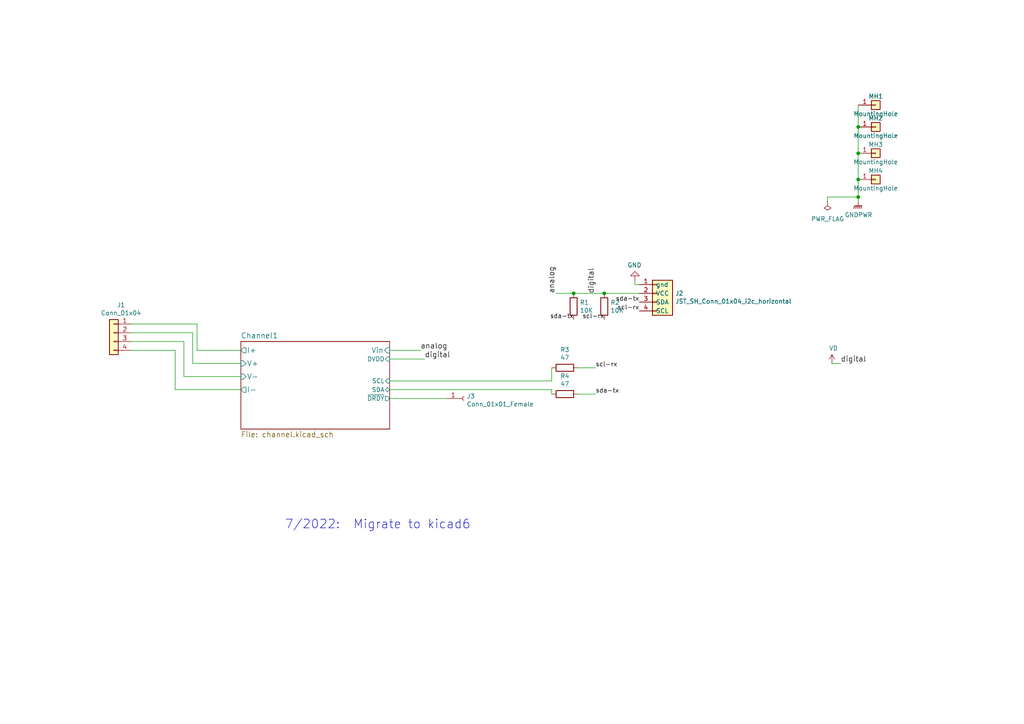
<source format=kicad_sch>
(kicad_sch (version 20211123) (generator eeschema)
  (paper "A4")
  (lib_symbols
    (symbol "0JLC-6:10K" (pin_numbers hide) (pin_names (offset 0))
      (property "Reference" "R" (at 2.032 0 90))
      (property "Value" "10K" (at 0 0 90))
      (symbol "10K_0_1"
        (rectangle (start -1.016 -2.54) (end 1.016 2.54) (stroke (width 0.254)))
      )
      (symbol "10K_1_1"
        (pin passive line (at 0 3.81 270) (length 1.27) (name "~") (number "1"))
        (pin passive line (at 0 -3.81 90) (length 1.27) (name "~") (number "2"))
      )
    )
    (symbol "0JLC-6:JST_SH_Conn_01x04_i2c_horizontal" (pin_names (offset 1.016))
      (property "Reference" "J" (at 0 5.08 0))
      (property "Value" "JST_SH_Conn_01x04_i2c_horizontal" (at 0 -7.62 0))
      (symbol "JST_SH_Conn_01x04_i2c_horizontal_1_1"
        (rectangle (start -1.27 -4.953) (end 0 -5.207) (stroke (width 0.1524)))
        (rectangle (start -1.27 -2.413) (end 0 -2.667) (stroke (width 0.1524)))
        (rectangle (start -1.27 0.127) (end 0 -0.127) (stroke (width 0.1524)))
        (rectangle (start -1.27 2.667) (end 0 2.413) (stroke (width 0.1524)))
        (rectangle (start -1.27 3.81) (end 4.572 -6.35) (stroke (width 0.254)) (fill (type background)))
        (pin passive line (at -5.08 2.54 0) (length 3.81) (name "gnd") (number "1"))
        (pin passive line (at -5.08 0 0) (length 3.81) (name "VCC") (number "2"))
        (pin passive line (at -5.08 -2.54 0) (length 3.81) (name "SDA") (number "3"))
        (pin passive line (at -5.08 -5.08 0) (length 3.81) (name "SCL") (number "4"))
      )
    )
    (symbol "0JLC-6:R" (pin_numbers hide) (pin_names (offset 0))
      (property "Reference" "R" (at 2.032 0 90))
      (property "Value" "R" (at 0 0 90))
      (symbol "R_0_1"
        (rectangle (start -1.016 -2.54) (end 1.016 2.54) (stroke (width 0.254)))
      )
      (symbol "R_1_1"
        (pin passive line (at 0 3.81 270) (length 1.27) (name "~") (number "1"))
        (pin passive line (at 0 -3.81 90) (length 1.27) (name "~") (number "2"))
      )
    )
    (symbol "Connector:Conn_01x01_Female" (pin_names (offset 1.016) hide)
      (property "Reference" "J" (at 0 2.54 0))
      (property "Value" "Conn_01x01_Female" (at 0 -2.54 0))
      (symbol "Conn_01x01_Female_1_1"
        (polyline (pts (xy -1.27 0) (xy -0.508 0)) (stroke (width 0.1524)))
        (arc (start 0 0.508) (mid -0.508 0) (end 0 -0.508) (stroke (width 0.1524)))
        (pin passive line (at -5.08 0 0) (length 3.81) (name "Pin_1") (number "1"))
      )
    )
    (symbol "Connector_Generic:Conn_01x04" (pin_names (offset 1.016) hide)
      (property "Reference" "J" (at 0 5.08 0))
      (property "Value" "Conn_01x04" (at 0 -7.62 0))
      (symbol "Conn_01x04_1_1"
        (rectangle (start -1.27 -4.953) (end 0 -5.207) (stroke (width 0.1524)))
        (rectangle (start -1.27 -2.413) (end 0 -2.667) (stroke (width 0.1524)))
        (rectangle (start -1.27 0.127) (end 0 -0.127) (stroke (width 0.1524)))
        (rectangle (start -1.27 2.667) (end 0 2.413) (stroke (width 0.1524)))
        (rectangle (start -1.27 3.81) (end 1.27 -6.35) (stroke (width 0.254)) (fill (type background)))
        (pin passive line (at -5.08 2.54 0) (length 3.81) (name "Pin_1") (number "1"))
        (pin passive line (at -5.08 0 0) (length 3.81) (name "Pin_2") (number "2"))
        (pin passive line (at -5.08 -2.54 0) (length 3.81) (name "Pin_3") (number "3"))
        (pin passive line (at -5.08 -5.08 0) (length 3.81) (name "Pin_4") (number "4"))
      )
    )
    (symbol "MH:MountingHole" (pin_names (offset 1.016) hide)
      (property "Reference" "MH" (at 0 2.54 0))
      (property "Value" "MountingHole" (at 0 -2.54 0))
      (symbol "MountingHole_1_1"
        (rectangle (start -1.27 0.127) (end 0 -0.127) (stroke (width 0.1524)))
        (rectangle (start -1.27 1.27) (end 1.27 -1.27) (stroke (width 0.254)) (fill (type background)))
        (pin passive line (at -5.08 0 0) (length 3.81) (name "Pin_1") (number "1"))
      )
    )
    (symbol "power:GND" (power) (pin_names (offset 0))
      (property "Value" "GND" (at 0 -3.81 0))
      (symbol "GND_0_1"
        (polyline (pts (xy 0 0) (xy 0 -1.27) (xy 1.27 -1.27) (xy 0 -2.54) (xy -1.27 -1.27) (xy 0 -1.27)))
      )
      (symbol "GND_1_1"
        (pin power_in line (at 0 0 270) (length 0) hide (name "GND") (number "1"))
      )
    )
    (symbol "power:GNDPWR" (power) (pin_names (offset 0))
      (property "Value" "GNDPWR" (at 0 -3.302 0))
      (symbol "GNDPWR_0_1"
        (polyline (pts (xy 0 -1.27) (xy 0 0)))
        (polyline (pts (xy -1.016 -1.27) (xy -1.27 -2.032) (xy -1.27 -2.032)) (stroke (width 0.2032)))
        (polyline (pts (xy -0.508 -1.27) (xy -0.762 -2.032) (xy -0.762 -2.032)) (stroke (width 0.2032)))
        (polyline (pts (xy 0 -1.27) (xy -0.254 -2.032) (xy -0.254 -2.032)) (stroke (width 0.2032)))
        (polyline (pts (xy 0.508 -1.27) (xy 0.254 -2.032) (xy 0.254 -2.032)) (stroke (width 0.2032)))
        (polyline (pts (xy 1.016 -1.27) (xy -1.016 -1.27) (xy -1.016 -1.27)) (stroke (width 0.2032)))
        (polyline (pts (xy 1.016 -1.27) (xy 0.762 -2.032) (xy 0.762 -2.032) (xy 0.762 -2.032)) (stroke (width 0.2032)))
      )
      (symbol "GNDPWR_1_1"
        (pin power_in line (at 0 0 270) (length 0) hide (name "GNDPWR") (number "1"))
      )
    )
    (symbol "power:PWR_FLAG" (power) (pin_numbers hide) (pin_names (offset 0) hide)
      (property "Value" "PWR_FLAG" (at 0 3.81 0))
      (symbol "PWR_FLAG_0_0"
        (pin power_out line (at 0 0 90) (length 0) (name "pwr") (number "1"))
      )
      (symbol "PWR_FLAG_0_1"
        (polyline (pts (xy 0 0) (xy 0 1.27) (xy -1.016 1.905) (xy 0 2.54) (xy 1.016 1.905) (xy 0 1.27)))
      )
    )
    (symbol "power:VD" (power) (pin_names (offset 0))
      (property "Value" "VD" (at 0 3.81 0))
      (symbol "VD_0_1"
        (polyline (pts (xy -0.762 1.27) (xy 0 2.54)))
        (polyline (pts (xy 0 0) (xy 0 2.54)))
        (polyline (pts (xy 0 2.54) (xy 0.762 1.27)))
      )
      (symbol "VD_1_1"
        (pin power_in line (at 0 0 90) (length 0) hide (name "VD") (number "1"))
      )
    )
  )
  (junction (at 175.26 85.09))
  (junction (at 248.92 52.07))
  (junction (at 248.92 36.83))
  (junction (at 166.37 85.09))
  (junction (at 248.92 44.45))
  (junction (at 248.92 57.15))
  (wire (pts (xy 113.03 113.03) (xy 160.02 113.03)))
  (wire (pts (xy 160.02 110.49) (xy 160.02 106.68)))
  (wire (pts (xy 248.92 57.15) (xy 248.92 58.42)))
  (wire (pts (xy 241.3 105.41) (xy 243.84 105.41)))
  (wire (pts (xy 57.15 93.98) (xy 57.15 101.6)))
  (wire (pts (xy 121.92 101.6) (xy 113.03 101.6)))
  (wire (pts (xy 53.34 99.06) (xy 53.34 109.22)))
  (wire (pts (xy 184.15 82.55) (xy 184.15 81.28)))
  (wire (pts (xy 55.88 105.41) (xy 69.85 105.41)))
  (wire (pts (xy 55.88 105.41) (xy 55.88 96.52)))
  (wire (pts (xy 113.03 115.57) (xy 129.54 115.57)))
  (wire (pts (xy 113.03 104.14) (xy 123.19 104.14)))
  (wire (pts (xy 55.88 96.52) (xy 38.1 96.52)))
  (wire (pts (xy 175.26 85.09) (xy 185.42 85.09)))
  (wire (pts (xy 38.1 101.6) (xy 50.8 101.6)))
  (wire (pts (xy 240.03 58.42) (xy 240.03 57.15)))
  (wire (pts (xy 50.8 113.03) (xy 50.8 101.6)))
  (wire (pts (xy 69.85 113.03) (xy 50.8 113.03)))
  (wire (pts (xy 166.37 85.09) (xy 175.26 85.09)))
  (wire (pts (xy 53.34 109.22) (xy 69.85 109.22)))
  (wire (pts (xy 185.42 82.55) (xy 184.15 82.55)))
  (wire (pts (xy 160.02 113.03) (xy 160.02 114.3)))
  (wire (pts (xy 248.92 44.45) (xy 248.92 52.07)))
  (wire (pts (xy 161.29 85.09) (xy 166.37 85.09)))
  (wire (pts (xy 248.92 36.83) (xy 248.92 44.45)))
  (wire (pts (xy 57.15 101.6) (xy 69.85 101.6)))
  (wire (pts (xy 240.03 57.15) (xy 248.92 57.15)))
  (wire (pts (xy 38.1 93.98) (xy 57.15 93.98)))
  (wire (pts (xy 167.64 106.68) (xy 172.72 106.68)))
  (wire (pts (xy 172.72 114.3) (xy 167.64 114.3)))
  (wire (pts (xy 248.92 30.48) (xy 248.92 36.83)))
  (wire (pts (xy 113.03 110.49) (xy 160.02 110.49)))
  (wire (pts (xy 248.92 52.07) (xy 248.92 57.15)))
  (wire (pts (xy 38.1 99.06) (xy 53.34 99.06)))
  (text "7/2022:  Migrate to kicad6" (at 82.55 153.67 0) (effects (font (size 2.54 2.54)) (justify left bottom)))
  (label "sda-tx" (at 172.72 114.3 0))
  (label "analog" (at 121.92 101.6 0) (effects (font (size 1.524 1.524))))
  (label "scl-rx" (at 185.42 90.17 180))
  (label "digital" (at 243.84 105.41 0) (effects (font (size 1.524 1.524))))
  (label "scl-rx" (at 172.72 106.68 0))
  (label "analog" (at 161.29 85.09 90) (effects (font (size 1.524 1.524))))
  (label "digital" (at 172.72 85.09 90) (effects (font (size 1.524 1.524))))
  (label "digital" (at 123.19 104.14 0) (effects (font (size 1.524 1.524))))
  (label "sda-tx" (at 166.37 92.71 180))
  (label "sda-tx" (at 185.42 87.63 180))
  (label "scl-rx" (at 175.26 92.71 180))
  (symbol (lib_id "MH:MountingHole") (at 254 30.48 0) (unit 1)
    (property "Reference" "MH1" (at 254 27.94 0))
    (property "Value" "MountingHole" (at 254 33.02 0))
    (property "Footprint" "MountingHole:MountingHole_2.2mm_M2_Pad_Via" (effects hide))
    (property "MFR" "-" (effects hide))
    (property "MPN" "-" (effects hide))
    (property "SPN" "-" (effects hide))
    (property "SPR" "-" (effects hide))
    (property "SPURL" "-" (effects hide))
  )
  (symbol (lib_id "MH:MountingHole") (at 254 36.83 0) (unit 1)
    (property "Reference" "MH2" (at 254 34.29 0))
    (property "Value" "MountingHole" (at 254 39.37 0))
    (property "Footprint" "MountingHole:MountingHole_2.2mm_M2_Pad_Via" (effects hide))
    (property "MFR" "-" (effects hide))
    (property "MPN" "-" (effects hide))
    (property "SPN" "-" (effects hide))
    (property "SPR" "-" (effects hide))
    (property "SPURL" "-" (effects hide))
  )
  (symbol (lib_id "MH:MountingHole") (at 254 44.45 0) (unit 1)
    (property "Reference" "MH3" (at 254 41.91 0))
    (property "Value" "MountingHole" (at 254 46.99 0))
    (property "Footprint" "MountingHole:MountingHole_2.2mm_M2_Pad_Via" (effects hide))
    (property "MFR" "-" (effects hide))
    (property "MPN" "-" (effects hide))
    (property "SPN" "-" (effects hide))
    (property "SPR" "-" (effects hide))
    (property "SPURL" "-" (effects hide))
  )
  (symbol (lib_id "MH:MountingHole") (at 254 52.07 0) (unit 1)
    (property "Reference" "MH4" (at 254 49.53 0))
    (property "Value" "MountingHole" (at 254 54.61 0))
    (property "Footprint" "MountingHole:MountingHole_2.2mm_M2_Pad_Via" (effects hide))
    (property "MFR" "-" (effects hide))
    (property "MPN" "-" (effects hide))
    (property "SPN" "-" (effects hide))
    (property "SPR" "-" (effects hide))
    (property "SPURL" "-" (effects hide))
  )
  (symbol (lib_id "power:VD") (at 241.3 105.41 0) (unit 1)
    (property "Reference" "#PWR0111" (effects hide))
    (property "Value" "VD" (at 241.7318 101.0158 0))
  )
  (symbol (lib_id "0JLC-6:10K") (at 166.37 88.9 0) (unit 1)
    (property "Reference" "R1" (at 168.148 87.7316 0) (effects (justify left)))
    (property "Value" "10K" (at 168.148 90.043 0) (effects (justify left)))
    (property "Footprint" "Resistor_SMD:R_0603_1608Metric_Pad1.05x0.95mm_HandSolder" (effects hide))
    (property "LCSC" "C25804" (effects hide))
    (property "MPN" "0603WAF1002T5E" (effects hide))
  )
  (symbol (lib_id "0JLC-6:10K") (at 175.26 88.9 0) (unit 1)
    (property "Reference" "R2" (at 177.038 87.7316 0) (effects (justify left)))
    (property "Value" "10K" (at 177.038 90.043 0) (effects (justify left)))
    (property "Footprint" "Resistor_SMD:R_0603_1608Metric_Pad1.05x0.95mm_HandSolder" (effects hide))
    (property "LCSC" "C25804" (effects hide))
    (property "MPN" "0603WAF1002T5E" (effects hide))
  )
  (symbol (lib_id "power:GNDPWR") (at 248.92 58.42 0) (unit 1)
    (property "Reference" "#PWR0102" (effects hide))
    (property "Value" "GNDPWR" (at 249.0216 62.3316 0))
  )
  (symbol (lib_id "0JLC-6:JST_SH_Conn_01x04_i2c_horizontal") (at 190.5 85.09 0) (unit 1)
    (property "Reference" "J2" (at 195.834 85.09 0) (effects (justify left)))
    (property "Value" "JST_SH_Conn_01x04_i2c_horizontal" (at 195.834 87.4014 0) (effects (justify left)))
    (property "Footprint" "Connector_JST:JST_SH_SM04B-SRSS-TB_1x04-1MP_P1.00mm_Horizontal" (effects hide))
    (property "LCSC" "C371571" (effects hide))
    (property "MPN" "A1001WR-S" (effects hide))
  )
  (symbol (lib_id "Connector:Conn_01x01_Female") (at 134.62 115.57 0) (unit 1)
    (property "Reference" "J3" (at 135.3312 114.9096 0) (effects (justify left)))
    (property "Value" "Conn_01x01_Female" (at 135.3312 117.221 0) (effects (justify left)))
    (property "Footprint" "Connector_PinSocket_2.54mm:PinSocket_1x01_P2.54mm_Vertical" (effects hide))
  )
  (symbol (lib_id "0JLC-6:R") (at 163.83 106.68 270) (unit 1)
    (property "Reference" "R3" (at 163.83 101.4222 90))
    (property "Value" "47" (at 163.83 103.7336 90))
    (property "Footprint" "Resistor_SMD:R_0402_1005Metric" (effects hide))
    (property "LCSC" "C25168" (effects hide))
    (property "MPN" "0402WGJ0470TCE" (effects hide))
  )
  (symbol (lib_id "0JLC-6:R") (at 163.83 114.3 90) (unit 1)
    (property "Reference" "R4" (at 163.83 109.0422 90))
    (property "Value" "47" (at 163.83 111.3536 90))
    (property "Footprint" "Resistor_SMD:R_0402_1005Metric" (effects hide))
    (property "LCSC" "C25168" (effects hide))
    (property "MPN" "0402WGJ0470TCE" (effects hide))
  )
  (symbol (lib_id "power:GND") (at 184.15 81.28 180) (unit 1)
    (property "Reference" "#PWR0101" (effects hide))
    (property "Value" "GND" (at 184.023 76.8858 0))
  )
  (symbol (lib_id "Connector_Generic:Conn_01x04") (at 33.02 96.52 0) (mirror y) (unit 1)
    (property "Reference" "J1" (at 35.1028 88.4682 0))
    (property "Value" "Conn_01x04" (at 35.1028 90.7796 0))
    (property "Footprint" "Connector_JST:JST_SH_SM04B-SRSS-TB_1x04-1MP_P1.00mm_Horizontal" (effects hide))
    (property "LCSC" "C371571" (effects hide))
    (property "MPN" "A1001WR-S-04PD01" (effects hide))
  )
  (symbol (lib_id "power:PWR_FLAG") (at 240.03 58.42 180) (unit 1)
    (property "Reference" "#FLG0101" (effects hide))
    (property "Value" "PWR_FLAG" (at 240.03 63.5 0))
  )
  (sheet (at 69.85 99.06) (size 43.18 25.4)
    (property "Sheet name" "Channel1" (at 69.85 98.2214 0) (effects (font (size 1.524 1.524)) (justify left bottom)))
    (property "Sheet file" "channel.kicad_sch" (at 69.85 125.1462 0) (effects (font (size 1.524 1.524)) (justify left top)))
    (pin "Vin" input (at 113.03 101.6 0) (effects (font (size 1.524 1.524))))
    (pin "I+" output (at 69.85 101.6 180) (effects (font (size 1.524 1.524))))
    (pin "V+" input (at 69.85 105.41 180) (effects (font (size 1.524 1.524))))
    (pin "V-" input (at 69.85 109.22 180) (effects (font (size 1.524 1.524))))
    (pin "I-" output (at 69.85 113.03 180) (effects (font (size 1.524 1.524))))
    (pin "SCL" input (at 113.03 110.49 0))
    (pin "SDA" bidirectional (at 113.03 113.03 0))
    (pin "~{DRDY}" output (at 113.03 115.57 0))
    (pin "DVDD" input (at 113.03 104.14 0))
  )
)
</source>
